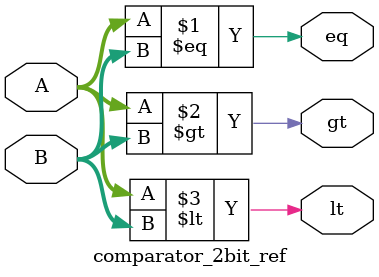
<source format=v>
module comparator_2bit_ref (
    input [1:0] A,        // First 2-bit input operand
    input [1:0] B,        // Second 2-bit input operand
    output gt,     // Output indicating A > B
    output eq,       // Output indicating A == B
    output lt         // Output indicating A < B
);

    // Combinational logic for comparison
    assign eq = (A == B);           // A equals B
    assign gt = (A > B);          // A greater than B
    assign lt = (A < B);             // A less than B

endmodule
</source>
